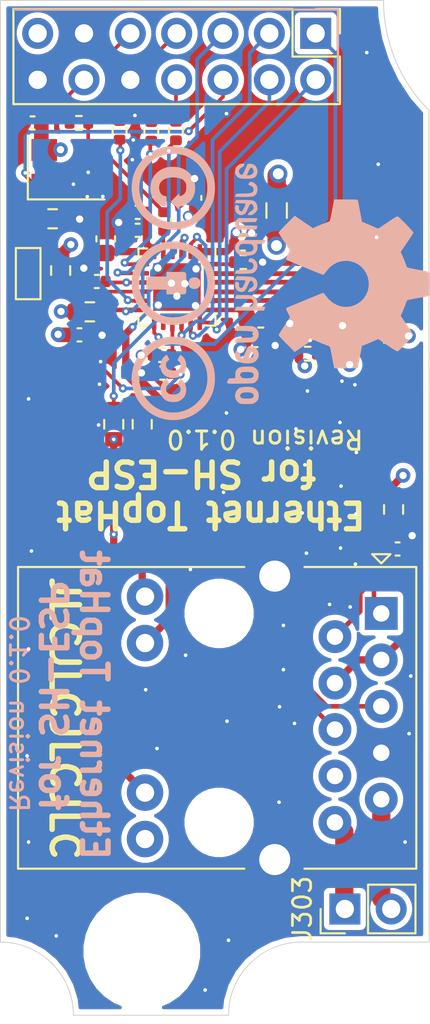
<source format=kicad_pcb>
(kicad_pcb (version 20171130) (host pcbnew "(5.1.8-0-10_14)")
  (title_block (title "Sailor Hat for ESP32") (rev 0.1.0) (company "Hat Laboratories") (comment 1 https://creativecommons.org/licenses/by-sa/4.0) (comment 2 "To view a copy of this license, visit ") (comment 3 "Sailor Hat for ESP32 is licensed under CC BY-SA 4.0."))
  (layers (0 F.Cu signal) (1 In1.Cu power) (2 In2.Cu power) (31 B.Cu signal) (34 B.Paste user hide) (35 F.Paste user hide) (36 B.SilkS user hide) (37 F.SilkS user hide) (38 B.Mask user hide) (39 F.Mask user hide) (44 Edge.Cuts user))
  (net 0 "")
  (net 1 GND)
  (net 2 +3V3)
  (net 3 /IOHeader/PHY_CLK)
  (net 4 /IOHeader/RMI_CRS_DV)
  (net 5 /IOHeader/RMII_RXD0)
  (net 6 /IOHeader/RMII_RXD1)
  (net 7 /IOHeader/PHY_RESET_N)
  (net 8 /IOHeader/PHY_MDIO)
  (net 9 /IOHeader/RMII_TXD0)
  (net 10 /IOHeader/RMII_EN)
  (net 11 /IOHeader/RMII_TXD1)
  (net 12 /IOHeader/PHY_MDC)
  (net 13 /IOHeader/TX-)
  (net 14 /IOHeader/TX+)
  (net 15 /IOHeader/RX-)
  (net 16 /IOHeader/RX+)
  (net 17 /IOHeader/VDDCR)
  (net 18 VDDA)
  (net 19 /IOHeader/nRST)
  (net 20 "Net-(C308-Pad2)")
  (net 21 /IOHeader/LED_R_AN)
  (net 22 /IOHeader/LED_Y_CA)
  (net 23 "Net-(R302-Pad2)")
  (net 24 "Net-(R304-Pad1)")
  (net 25 "Net-(R305-Pad1)")
  (net 26 "Net-(R306-Pad1)")
  (net 27 "Net-(R307-Pad2)")
  (net 28 /IOHeader/CLKIN)
  (net 29 "Net-(R313-Pad1)")
  (net 30 /IOHeader/nINTSEL-LED2)
  (net 31 /IOHeader/LED_Y_AN)
  (net 32 "Net-(J301-Pad10)")
  (net 33 "Net-(J301-Pad9)")
  (module SH-ESP32-Ethernet:RJ45_HANRUN-HY931147C-Horizontal (layer F.Cu) (at 169.375 90.525 270)
    (fp_text reference J301 hide)
    (fp_text value RJ45__HY931147C_MAG_LED_POE hide)
    (pad 8 thru_hole circle (at 8.89 2.54 270) (size 1.8 1.8) (drill 0.9) (layers *.Cu *.Mask))
    (pad 15 thru_hole circle (at 13.46 5.84 270) (size 3 3) (drill 1.7) (layers *.Cu *.Mask) (net 1 GND))
    (pad 15 thru_hole circle (at -2.04 5.84 270) (size 3 3) (drill 1.7) (layers *.Cu *.Mask) (net 1 GND))
    (pad "" np_thru_hole circle (at 11.43 8.89 270) (size 3.2 3.2) (drill 3.2) (layers *.Cu *.Mask))
    (pad "" np_thru_hole circle (at 0 8.89 270) (size 3.2 3.2) (drill 3.2) (layers *.Cu *.Mask))
    (pad 14 thru_hole circle (at 12.34 12.95 270) (size 2 2) (drill 1) (layers *.Cu *.Mask) (net 18 VDDA))
    (pad 13 thru_hole circle (at 9.8 12.95 270) (size 2 2) (drill 1) (layers *.Cu *.Mask) (net 21 /IOHeader/LED_R_AN))
    (pad 12 thru_hole circle (at 1.62 12.95 270) (size 2 2) (drill 1) (layers *.Cu *.Mask) (net 22 /IOHeader/LED_Y_CA))
    (pad 10 thru_hole circle (at 11.43 2.54 270) (size 1.8 1.8) (drill 0.9) (layers *.Cu *.Mask) (net 32 "Net-(J301-Pad10)"))
    (pad 9 thru_hole circle (at 10.16 0 270) (size 1.8 1.8) (drill 0.9) (layers *.Cu *.Mask) (net 33 "Net-(J301-Pad9)"))
    (pad 7 thru_hole circle (at 7.62 0 270) (size 1.8 1.8) (drill 0.9) (layers *.Cu *.Mask) (net 1 GND))
    (pad 6 thru_hole circle (at 6.35 2.54 270) (size 1.8 1.8) (drill 0.9) (layers *.Cu *.Mask) (net 13 /IOHeader/TX-))
    (pad 5 thru_hole circle (at 5.08 0 270) (size 1.8 1.8) (drill 0.9) (layers *.Cu *.Mask) (net 14 /IOHeader/TX+))
    (pad 4 thru_hole circle (at 3.81 2.54 270) (size 1.8 1.8) (drill 0.9) (layers *.Cu *.Mask) (net 20 "Net-(C308-Pad2)"))
    (pad 3 thru_hole circle (at 2.54 0 270) (size 1.8 1.8) (drill 0.9) (layers *.Cu *.Mask) (net 20 "Net-(C308-Pad2)"))
    (pad 2 thru_hole circle (at 1.27 2.54 270) (size 1.8 1.8) (drill 0.9) (layers *.Cu *.Mask) (net 15 /IOHeader/RX-))
    (pad 11 thru_hole circle (at -0.92 12.95 270) (size 2 2) (drill 1) (layers *.Cu *.Mask) (net 31 /IOHeader/LED_Y_AN))
    (pad 1 thru_hole rect (at 0 0 270) (size 1.8 1.8) (drill 0.9) (layers *.Cu *.Mask) (net 16 /IOHeader/RX+))
  )
  (module Connector_PinHeader_2.54mm:PinHeader_1x02_P2.54mm_Vertical (layer F.Cu) (at 167.38 106.69 90)
    (fp_text reference J303 (at 0 -2.33 90) (layer F.SilkS))
    (fp_text value Conn_01x03)
    (pad 2 thru_hole oval (at 0 2.54 90) (size 1.7 1.7) (drill 1) (layers *.Cu *.Mask) (net 33 "Net-(J301-Pad9)"))
    (pad 1 thru_hole rect (at 0 0 90) (size 1.7 1.7) (drill 1) (layers *.Cu *.Mask) (net 32 "Net-(J301-Pad10)"))
  )
  (module Capacitor_SMD:C_0402_1005Metric (layer F.Cu) (at 161.79 70.32 180)
    (fp_text reference C305 hide)
    (fp_text value 100nF)
    (pad 2 smd roundrect (at 0.48 0 180) (size 0.56 0.62) (layers F.Cu F.Paste F.Mask) (net 18 VDDA))
    (pad 1 smd roundrect (at -0.48 0 180) (size 0.56 0.62) (layers F.Cu F.Paste F.Mask) (net 1 GND))
  )
  (module Oscillator:Oscillator_SMD_SeikoEpson_SG8002CE-4Pin_3.2x2.5mm (layer F.Cu) (at 152.1 66.13)
    (fp_text reference X301 hide)
    (fp_text value 50Mhz hide)
    (pad 4 smd rect (at -1.2 -0.95) (size 1.4 1.2) (layers F.Cu F.Paste F.Mask) (net 2 +3V3))
    (pad 3 smd rect (at 1.2 -0.95) (size 1.4 1.2) (layers F.Cu F.Paste F.Mask) (net 27 "Net-(R307-Pad2)"))
    (pad 2 smd rect (at 1.2 0.95) (size 1.4 1.2) (layers F.Cu F.Paste F.Mask) (net 1 GND))
    (pad 1 smd rect (at -1.2 0.95) (size 1.4 1.2) (layers F.Cu F.Paste F.Mask) (net 7 /IOHeader/PHY_RESET_N))
  )
  (module Resistor_SMD:R_0402_1005Metric (layer F.Cu) (at 155.03 64.1 90)
    (fp_text reference R306 hide)
    (fp_text value 33R)
    (pad 2 smd roundrect (at 0.51 0 90) (size 0.54 0.64) (layers F.Cu F.Paste F.Mask) (net 4 /IOHeader/RMI_CRS_DV))
    (pad 1 smd roundrect (at -0.51 0 90) (size 0.54 0.64) (layers F.Cu F.Paste F.Mask) (net 26 "Net-(R306-Pad1)"))
  )
  (module Resistor_SMD:R_0402_1005Metric (layer F.Cu) (at 152.8 63.7)
    (fp_text reference R308 hide)
    (fp_text value 33R)
    (pad 2 smd roundrect (at 0.51 0) (size 0.54 0.64) (layers F.Cu F.Paste F.Mask) (net 27 "Net-(R307-Pad2)"))
    (pad 1 smd roundrect (at -0.51 0) (size 0.54 0.64) (layers F.Cu F.Paste F.Mask) (net 3 /IOHeader/PHY_CLK))
  )
  (module Resistor_SMD:R_0402_1005Metric (layer F.Cu) (at 157.47 69.09 90)
    (fp_text reference R307 hide)
    (fp_text value 33R)
    (pad 2 smd roundrect (at 0.51 0 90) (size 0.54 0.64) (layers F.Cu F.Paste F.Mask) (net 27 "Net-(R307-Pad2)"))
    (pad 1 smd roundrect (at -0.51 0 90) (size 0.54 0.64) (layers F.Cu F.Paste F.Mask) (net 28 /IOHeader/CLKIN))
  )
  (module Resistor_SMD:R_0402_1005Metric (layer F.Cu) (at 156.77 64.16 90)
    (fp_text reference R305 hide)
    (fp_text value 33R)
    (pad 2 smd roundrect (at 0.51 0 90) (size 0.54 0.64) (layers F.Cu F.Paste F.Mask) (net 6 /IOHeader/RMII_RXD1))
    (pad 1 smd roundrect (at -0.51 0 90) (size 0.54 0.64) (layers F.Cu F.Paste F.Mask) (net 25 "Net-(R305-Pad1)"))
  )
  (module Resistor_SMD:R_0402_1005Metric (layer F.Cu) (at 158.12 64.14 90)
    (fp_text reference R304 hide)
    (fp_text value 33R)
    (pad 2 smd roundrect (at 0.51 0 90) (size 0.54 0.64) (layers F.Cu F.Paste F.Mask) (net 5 /IOHeader/RMII_RXD0))
    (pad 1 smd roundrect (at -0.51 0 90) (size 0.54 0.64) (layers F.Cu F.Paste F.Mask) (net 24 "Net-(R304-Pad1)"))
  )
  (module Capacitor_SMD:C_0402_1005Metric (layer F.Cu) (at 162.48 75.6 180)
    (fp_text reference C307 hide)
    (fp_text value 100nF)
    (pad 2 smd roundrect (at 0.48 0 180) (size 0.56 0.62) (layers F.Cu F.Paste F.Mask) (net 18 VDDA))
    (pad 1 smd roundrect (at -0.48 0 180) (size 0.56 0.62) (layers F.Cu F.Paste F.Mask) (net 1 GND))
  )
  (module SH-ESP32:SolderJumper-2_P1.3mm_Open_TrianglePad_Narrow (layer F.Cu) (at 150.02 71.94 270)
    (fp_text reference JP301 hide)
    (fp_text value SolderJumper_2_Open)
    (pad 2 smd custom (at 0.7 0 270) (size 0.3 0.3) (layers F.Cu F.Mask) (net 19 /IOHeader/nRST) (options (clearance outline) (anchor rect)) (primitives (gr_poly (pts (xy -0.65 -0.5) (xy 0.5 -0.5) (xy 0.5 0.5) (xy -0.65 0.5) (xy -0.15 0)) (width 0))))
    (pad 1 smd custom (at -0.725 0 270) (size 0.3 0.3) (layers F.Cu F.Mask) (net 7 /IOHeader/PHY_RESET_N) (options (clearance outline) (anchor rect)) (primitives (gr_poly (pts (xy -0.5 -0.5) (xy 0.5 -0.5) (xy 1 0) (xy 0.5 0.5) (xy -0.5 0.5)) (width 0))))
  )
  (module Resistor_SMD:R_0603_1608Metric (layer F.Cu) (at 154.71 80.18 90)
    (fp_text reference R317 hide)
    (fp_text value 270)
    (pad 2 smd roundrect (at 0.825 0 90) (size 0.8 0.95) (layers F.Cu F.Paste F.Mask) (net 30 /IOHeader/nINTSEL-LED2))
    (pad 1 smd roundrect (at -0.825 0 90) (size 0.8 0.95) (layers F.Cu F.Paste F.Mask) (net 21 /IOHeader/LED_R_AN))
  )
  (module Resistor_SMD:R_0603_1608Metric (layer F.Cu) (at 156.27 80.18 90)
    (fp_text reference R316 hide)
    (fp_text value 270)
    (pad 2 smd roundrect (at 0.825 0 90) (size 0.8 0.95) (layers F.Cu F.Paste F.Mask) (net 1 GND))
    (pad 1 smd roundrect (at -0.825 0 90) (size 0.8 0.95) (layers F.Cu F.Paste F.Mask) (net 31 /IOHeader/LED_Y_AN))
  )
  (module Resistor_SMD:R_0603_1608Metric (layer F.Cu) (at 170.05 84.84 90)
    (fp_text reference R315 hide)
    (fp_text value 0R)
    (pad 2 smd roundrect (at 0.825 0 90) (size 0.8 0.95) (layers F.Cu F.Paste F.Mask) (net 18 VDDA))
    (pad 1 smd roundrect (at -0.825 0 90) (size 0.8 0.95) (layers F.Cu F.Paste F.Mask) (net 20 "Net-(C308-Pad2)"))
  )
  (module Resistor_SMD:R_0402_1005Metric (layer F.Cu) (at 167.76 75.34)
    (fp_text reference R314 hide)
    (fp_text value 49.9)
    (pad 2 smd roundrect (at 0.51 0) (size 0.54 0.64) (layers F.Cu F.Paste F.Mask) (net 15 /IOHeader/RX-))
    (pad 1 smd roundrect (at -0.51 0) (size 0.54 0.64) (layers F.Cu F.Paste F.Mask) (net 18 VDDA))
  )
  (module Resistor_SMD:R_0402_1005Metric (layer F.Cu) (at 161.81 71.31)
    (fp_text reference R313 hide)
    (fp_text value 12.1k)
    (pad 2 smd roundrect (at 0.51 0) (size 0.54 0.64) (layers F.Cu F.Paste F.Mask) (net 1 GND))
    (pad 1 smd roundrect (at -0.51 0) (size 0.54 0.64) (layers F.Cu F.Paste F.Mask) (net 29 "Net-(R313-Pad1)"))
  )
  (module Resistor_SMD:R_0402_1005Metric (layer F.Cu) (at 169.68 75.34 180)
    (fp_text reference R312 hide)
    (fp_text value 49.9)
    (pad 2 smd roundrect (at 0.51 0 180) (size 0.54 0.64) (layers F.Cu F.Paste F.Mask) (net 16 /IOHeader/RX+))
    (pad 1 smd roundrect (at -0.51 0 180) (size 0.54 0.64) (layers F.Cu F.Paste F.Mask) (net 18 VDDA))
  )
  (module Resistor_SMD:R_0402_1005Metric (layer F.Cu) (at 165.34 76.32)
    (fp_text reference R311 hide)
    (fp_text value 49.9)
    (pad 2 smd roundrect (at 0.51 0) (size 0.54 0.64) (layers F.Cu F.Paste F.Mask) (net 13 /IOHeader/TX-))
    (pad 1 smd roundrect (at -0.51 0) (size 0.54 0.64) (layers F.Cu F.Paste F.Mask) (net 18 VDDA))
  )
  (module Resistor_SMD:R_0402_1005Metric (layer F.Cu) (at 167.3 76.33 180)
    (fp_text reference R310 hide)
    (fp_text value 49.9)
    (pad 2 smd roundrect (at 0.51 0 180) (size 0.54 0.64) (layers F.Cu F.Paste F.Mask) (net 14 /IOHeader/TX+))
    (pad 1 smd roundrect (at -0.51 0 180) (size 0.54 0.64) (layers F.Cu F.Paste F.Mask) (net 18 VDDA))
  )
  (module Resistor_SMD:R_0402_1005Metric (layer F.Cu) (at 157.35 76.39 180)
    (fp_text reference R309 hide)
    (fp_text value 270)
    (pad 2 smd roundrect (at 0.51 0 180) (size 0.54 0.64) (layers F.Cu F.Paste F.Mask) (net 2 +3V3))
    (pad 1 smd roundrect (at -0.51 0 180) (size 0.54 0.64) (layers F.Cu F.Paste F.Mask) (net 19 /IOHeader/nRST))
  )
  (module Resistor_SMD:R_0603_1608Metric (layer F.Cu) (at 151.36 68.94)
    (fp_text reference R303 hide)
    (fp_text value 1.5k)
    (pad 2 smd roundrect (at 0.825 0) (size 0.8 0.95) (layers F.Cu F.Paste F.Mask) (net 1 GND))
    (pad 1 smd roundrect (at -0.825 0) (size 0.8 0.95) (layers F.Cu F.Paste F.Mask) (net 7 /IOHeader/PHY_RESET_N))
  )
  (module Resistor_SMD:R_0603_1608Metric (layer F.Cu) (at 151.8 71.77 270)
    (fp_text reference R302 hide)
    (fp_text value 1.5k)
    (pad 2 smd roundrect (at 0.825 0 270) (size 0.8 0.95) (layers F.Cu F.Paste F.Mask) (net 23 "Net-(R302-Pad2)"))
    (pad 1 smd roundrect (at -0.825 0 270) (size 0.8 0.95) (layers F.Cu F.Paste F.Mask) (net 2 +3V3))
  )
  (module Resistor_SMD:R_0603_1608Metric (layer F.Cu) (at 153.4 74.03)
    (fp_text reference R301 hide)
    (fp_text value 1.5k)
    (pad 2 smd roundrect (at 0.825 0) (size 0.8 0.95) (layers F.Cu F.Paste F.Mask) (net 8 /IOHeader/PHY_MDIO))
    (pad 1 smd roundrect (at -0.825 0) (size 0.8 0.95) (layers F.Cu F.Paste F.Mask) (net 2 +3V3))
  )
  (module Connector_PinHeader_2.54mm:PinHeader_2x07_P2.54mm_Vertical (layer F.Cu) (at 165.78 58.8 270)
    (fp_text reference J302 hide)
    (fp_text value GPIO)
    (pad 14 thru_hole oval (at 2.54 15.24 270) (size 1.7 1.7) (drill 1) (layers *.Cu *.Mask) (net 1 GND))
    (pad 13 thru_hole oval (at 0 15.24 270) (size 1.7 1.7) (drill 1) (layers *.Cu *.Mask) (net 2 +3V3))
    (pad 12 thru_hole oval (at 2.54 12.7 270) (size 1.7 1.7) (drill 1) (layers *.Cu *.Mask) (net 3 /IOHeader/PHY_CLK))
    (pad 11 thru_hole oval (at 0 12.7 270) (size 1.7 1.7) (drill 1) (layers *.Cu *.Mask) (net 1 GND))
    (pad 10 thru_hole oval (at 2.54 10.16 270) (size 1.7 1.7) (drill 1) (layers *.Cu *.Mask) (net 1 GND))
    (pad 9 thru_hole oval (at 0 10.16 270) (size 1.7 1.7) (drill 1) (layers *.Cu *.Mask) (net 4 /IOHeader/RMI_CRS_DV))
    (pad 8 thru_hole oval (at 2.54 7.62 270) (size 1.7 1.7) (drill 1) (layers *.Cu *.Mask) (net 5 /IOHeader/RMII_RXD0))
    (pad 7 thru_hole oval (at 0 7.62 270) (size 1.7 1.7) (drill 1) (layers *.Cu *.Mask) (net 6 /IOHeader/RMII_RXD1))
    (pad 6 thru_hole oval (at 2.54 5.08 270) (size 1.7 1.7) (drill 1) (layers *.Cu *.Mask) (net 7 /IOHeader/PHY_RESET_N))
    (pad 5 thru_hole oval (at 0 5.08 270) (size 1.7 1.7) (drill 1) (layers *.Cu *.Mask) (net 8 /IOHeader/PHY_MDIO))
    (pad 4 thru_hole oval (at 2.54 2.54 270) (size 1.7 1.7) (drill 1) (layers *.Cu *.Mask) (net 9 /IOHeader/RMII_TXD0))
    (pad 3 thru_hole oval (at 0 2.54 270) (size 1.7 1.7) (drill 1) (layers *.Cu *.Mask) (net 10 /IOHeader/RMII_EN))
    (pad 2 thru_hole oval (at 2.54 0 270) (size 1.7 1.7) (drill 1) (layers *.Cu *.Mask) (net 11 /IOHeader/RMII_TXD1))
    (pad 1 thru_hole rect (at 0 0 270) (size 1.7 1.7) (drill 1) (layers *.Cu *.Mask) (net 12 /IOHeader/PHY_MDC))
  )
  (module Inductor_SMD:L_0805_2012Metric (layer F.Cu) (at 163.64 68.49 90)
    (fp_text reference FB301 hide)
    (fp_text value GZ2012D601TF)
    (pad 2 smd roundrect (at 1.0625 0 90) (size 0.875 1.2) (layers F.Cu F.Paste F.Mask) (net 2 +3V3))
    (pad 1 smd roundrect (at -1.0625 0 90) (size 0.875 1.2) (layers F.Cu F.Paste F.Mask) (net 18 VDDA))
  )
  (module Capacitor_SMD:C_0402_1005Metric (layer F.Cu) (at 170.27 87 180)
    (fp_text reference C308 hide)
    (fp_text value 22nF)
    (pad 2 smd roundrect (at 0.48 0 180) (size 0.56 0.62) (layers F.Cu F.Paste F.Mask) (net 20 "Net-(C308-Pad2)"))
    (pad 1 smd roundrect (at -0.48 0 180) (size 0.56 0.62) (layers F.Cu F.Paste F.Mask) (net 1 GND))
  )
  (module Capacitor_SMD:C_0402_1005Metric (layer F.Cu) (at 157.37 77.38 180)
    (fp_text reference C306 hide)
    (fp_text value 1uf)
    (pad 2 smd roundrect (at 0.48 0 180) (size 0.56 0.62) (layers F.Cu F.Paste F.Mask) (net 1 GND))
    (pad 1 smd roundrect (at -0.48 0 180) (size 0.56 0.62) (layers F.Cu F.Paste F.Mask) (net 19 /IOHeader/nRST))
  )
  (module Capacitor_SMD:C_0603_1608Metric (layer F.Cu) (at 162.77 74.38 180)
    (fp_text reference C304 hide)
    (fp_text value 4.7uF)
    (pad 2 smd roundrect (at 0.775 0 180) (size 0.9 0.95) (layers F.Cu F.Paste F.Mask) (net 18 VDDA))
    (pad 1 smd roundrect (at -0.775 0 180) (size 0.9 0.95) (layers F.Cu F.Paste F.Mask) (net 1 GND))
  )
  (module Capacitor_SMD:C_0603_1608Metric (layer F.Cu) (at 154.27 70.04 270)
    (fp_text reference C303 hide)
    (fp_text value 4.7uF)
    (pad 2 smd roundrect (at 0.775 0 270) (size 0.9 0.95) (layers F.Cu F.Paste F.Mask) (net 17 /IOHeader/VDDCR))
    (pad 1 smd roundrect (at -0.775 0 270) (size 0.9 0.95) (layers F.Cu F.Paste F.Mask) (net 1 GND))
  )
  (module Capacitor_SMD:C_0402_1005Metric (layer F.Cu) (at 156.02 69.57 180)
    (fp_text reference C302 hide)
    (fp_text value 1uf)
    (pad 2 smd roundrect (at 0.48 0 180) (size 0.56 0.62) (layers F.Cu F.Paste F.Mask) (net 1 GND))
    (pad 1 smd roundrect (at -0.48 0 180) (size 0.56 0.62) (layers F.Cu F.Paste F.Mask) (net 17 /IOHeader/VDDCR))
  )
  (module Capacitor_SMD:C_0402_1005Metric (layer F.Cu) (at 156.02 68.59 180)
    (fp_text reference C301 hide)
    (fp_text value 470pf)
    (pad 2 smd roundrect (at 0.48 0 180) (size 0.56 0.62) (layers F.Cu F.Paste F.Mask) (net 1 GND))
    (pad 1 smd roundrect (at -0.48 0 180) (size 0.56 0.62) (layers F.Cu F.Paste F.Mask) (net 17 /IOHeader/VDDCR))
  )
  (module Package_DFN_QFN:QFN-24-1EP_4x4mm_P0.5mm_EP2.6x2.6mm (layer F.Cu) (at 158.175 72.675 270)
    (fp_text reference U301 hide)
    (fp_text value LAN8720A hide)
    (pad 25 smd rect (at 0 0 270) (size 2.6 2.6) (layers F.Cu F.Mask) (net 1 GND))
    (pad 24 smd roundrect (at -1.25 -1.9375 270) (size 0.25 0.825) (layers F.Cu F.Paste F.Mask) (net 29 "Net-(R313-Pad1)"))
    (pad 23 smd roundrect (at -0.75 -1.9375 270) (size 0.25 0.825) (layers F.Cu F.Paste F.Mask) (net 16 /IOHeader/RX+))
    (pad 22 smd roundrect (at -0.25 -1.9375 270) (size 0.25 0.825) (layers F.Cu F.Paste F.Mask) (net 15 /IOHeader/RX-))
    (pad 21 smd roundrect (at 0.25 -1.9375 270) (size 0.25 0.825) (layers F.Cu F.Paste F.Mask) (net 14 /IOHeader/TX+))
    (pad 20 smd roundrect (at 0.75 -1.9375 270) (size 0.25 0.825) (layers F.Cu F.Paste F.Mask) (net 13 /IOHeader/TX-))
    (pad 19 smd roundrect (at 1.25 -1.9375 270) (size 0.25 0.825) (layers F.Cu F.Paste F.Mask) (net 18 VDDA))
    (pad 18 smd roundrect (at 1.9375 -1.25 270) (size 0.825 0.25) (layers F.Cu F.Paste F.Mask) (net 11 /IOHeader/RMII_TXD1))
    (pad 17 smd roundrect (at 1.9375 -0.75 270) (size 0.825 0.25) (layers F.Cu F.Paste F.Mask) (net 9 /IOHeader/RMII_TXD0))
    (pad 16 smd roundrect (at 1.9375 -0.25 270) (size 0.825 0.25) (layers F.Cu F.Paste F.Mask) (net 10 /IOHeader/RMII_EN))
    (pad 15 smd roundrect (at 1.9375 0.25 270) (size 0.825 0.25) (layers F.Cu F.Paste F.Mask) (net 19 /IOHeader/nRST))
    (pad 14 smd roundrect (at 1.9375 0.75 270) (size 0.825 0.25) (layers F.Cu F.Paste F.Mask))
    (pad 13 smd roundrect (at 1.9375 1.25 270) (size 0.825 0.25) (layers F.Cu F.Paste F.Mask) (net 12 /IOHeader/PHY_MDC))
    (pad 12 smd roundrect (at 1.25 1.9375 270) (size 0.25 0.825) (layers F.Cu F.Paste F.Mask) (net 8 /IOHeader/PHY_MDIO))
    (pad 11 smd roundrect (at 0.75 1.9375 270) (size 0.25 0.825) (layers F.Cu F.Paste F.Mask) (net 26 "Net-(R306-Pad1)"))
    (pad 10 smd roundrect (at 0.25 1.9375 270) (size 0.25 0.825) (layers F.Cu F.Paste F.Mask) (net 23 "Net-(R302-Pad2)"))
    (pad 9 smd roundrect (at -0.25 1.9375 270) (size 0.25 0.825) (layers F.Cu F.Paste F.Mask) (net 2 +3V3))
    (pad 8 smd roundrect (at -0.75 1.9375 270) (size 0.25 0.825) (layers F.Cu F.Paste F.Mask) (net 24 "Net-(R304-Pad1)"))
    (pad 7 smd roundrect (at -1.25 1.9375 270) (size 0.25 0.825) (layers F.Cu F.Paste F.Mask) (net 25 "Net-(R305-Pad1)"))
    (pad 6 smd roundrect (at -1.9375 1.25 270) (size 0.825 0.25) (layers F.Cu F.Paste F.Mask) (net 17 /IOHeader/VDDCR))
    (pad 5 smd roundrect (at -1.9375 0.75 270) (size 0.825 0.25) (layers F.Cu F.Paste F.Mask) (net 28 /IOHeader/CLKIN))
    (pad 4 smd roundrect (at -1.9375 0.25 270) (size 0.825 0.25) (layers F.Cu F.Paste F.Mask))
    (pad 3 smd roundrect (at -1.9375 -0.25 270) (size 0.825 0.25) (layers F.Cu F.Paste F.Mask) (net 22 /IOHeader/LED_Y_CA))
    (pad 2 smd roundrect (at -1.9375 -0.75 270) (size 0.825 0.25) (layers F.Cu F.Paste F.Mask) (net 30 /IOHeader/nINTSEL-LED2))
    (pad 1 smd roundrect (at -1.9375 -1.25 270) (size 0.825 0.25) (layers F.Cu F.Paste F.Mask) (net 18 VDDA))
  )
  (module Capacitor_SMD:C_0402_1005Metric (layer F.Cu) (at 150.26 63.7)
    (fp_text reference C1004 hide)
    (fp_text value 100nF)
    (pad 2 smd roundrect (at 0.48 0) (size 0.56 0.62) (layers F.Cu F.Paste F.Mask) (net 2 +3V3))
    (pad 1 smd roundrect (at -0.48 0) (size 0.56 0.62) (layers F.Cu F.Paste F.Mask) (net 1 GND))
  )
  (module Capacitor_SMD:C_0402_1005Metric (layer F.Cu) (at 152.83 75.29 180)
    (fp_text reference C1003 hide)
    (fp_text value 100nF)
    (pad 2 smd roundrect (at 0.48 0 180) (size 0.56 0.62) (layers F.Cu F.Paste F.Mask) (net 2 +3V3))
    (pad 1 smd roundrect (at -0.48 0 180) (size 0.56 0.62) (layers F.Cu F.Paste F.Mask) (net 1 GND))
  )
  (module Capacitor_SMD:C_0402_1005Metric (layer F.Cu) (at 159.15 67.8 270)
    (fp_text reference C1002 hide)
    (fp_text value 100nF)
    (pad 2 smd roundrect (at 0.48 0 270) (size 0.56 0.62) (layers F.Cu F.Paste F.Mask) (net 2 +3V3))
    (pad 1 smd roundrect (at -0.48 0 270) (size 0.56 0.62) (layers F.Cu F.Paste F.Mask) (net 1 GND))
  )
  (module Capacitor_SMD:C_0402_1005Metric (layer F.Cu) (at 153.78 72.37)
    (fp_text reference C1001 hide)
    (fp_text value 100nF)
    (pad 2 smd roundrect (at 0.48 0) (size 0.56 0.62) (layers F.Cu F.Paste F.Mask) (net 2 +3V3))
    (pad 1 smd roundrect (at -0.48 0) (size 0.56 0.62) (layers F.Cu F.Paste F.Mask) (net 1 GND))
  )
  (module SH-ESP32:MountingHole_3.2mm_M3_Unplated (layer F.Cu) (at 156.25 109)
    (fp_text reference H1002 hide)
    (fp_text value MountingHole hide)
    (pad "" np_thru_hole circle (at 0 0) (size 3.2 3.2) (drill 3.2) (layers *.Cu *.Mask) (clearance 1.6))
  )
  (module SH-ESP32:cc-by-sa_silkscreen (layer B.Cu) (at 158 72.5 90)
    (fp_text reference LOGO_CC hide)
    (fp_text value LOGO hide)
  )
  (module Symbol:OSHW-Logo2_14.6x12mm_SilkScreen (layer B.Cu) (at 166.5 72.5 90)
    (fp_text reference OSHW hide)
    (fp_text value OSHW-Logo2_14.6x12mm_SilkScreen hide)
  )
  (gr_text "Revision 0.1.0" (at 163 81 180) (layer F.SilkS) (effects (font (size 1 1) (thickness 0.16))))
  (gr_text "Ethernet TopHat \nfor SH-ESP" (at 159.5 84 180) (layer F.SilkS) (effects (font (size 1.4 1.4) (thickness 0.3))))
  (gr_line (start 165 108.5) (end 172 108.5) (layer Edge.Cuts) (width 0.05))
  (gr_arc (start 165 112.5) (end 165 108.5) (angle -90) (layer Edge.Cuts) (width 0.05))
  (gr_arc (start 148.5 112.5) (end 152.5 112.5) (angle -90) (layer Edge.Cuts) (width 0.05))
  (gr_line (start 169.5 57) (end 148.5 57) (layer Edge.Cuts) (width 0.05))
  (gr_line (start 152.5 112.5) (end 161 112.499765) (layer Edge.Cuts) (width 0.05))
  (gr_line (start 148.5 57) (end 148.5 108.5) (layer Edge.Cuts) (width 0.05))
  (gr_line (start 171.989592 63.010408) (end 172 108.5) (layer Edge.Cuts) (width 0.05))
  (gr_line (start 153 112.5) (end 153 112.5) (layer Edge.Cuts) (width 0.05))
  (gr_arc (start 178 57) (end 169.5 57) (angle -45) (layer Edge.Cuts) (width 0.05))
  (gr_line (start 167 57.5) (end 167 62.5) (layer B.SilkS) (width 0.12))
  (gr_line (start 149.25 57.5) (end 167 57.5) (layer B.SilkS) (width 0.12))
  (gr_text "Ethernet TopHat \nfor SH-ESP" (at 152.5 95 270) (layer B.SilkS) (effects (font (size 1.4 1.4) (thickness 0.3)) (justify mirror)))
  (gr_text "Revision 0.1.0" (at 149.5 96 270) (layer B.SilkS) (effects (font (size 1 1) (thickness 0.16)) (justify mirror)))
  (gr_text JLCJLCJLCJLC (at 152.01 96.26 270) (layer F.SilkS) (effects (font (size 1.5 1.5) (thickness 0.3))))
  (via (at 158.61 72.49) (size 0.6) (drill 0.4) (layers F.Cu B.Cu) (net 1))
  (via (at 159.19 73.69) (size 0.6) (drill 0.4) (layers F.Cu B.Cu) (net 1))
  (via (at 159.22 71.68) (size 0.6) (drill 0.4) (layers F.Cu B.Cu) (net 1))
  (via (at 157.15 73.66) (size 0.6) (drill 0.4) (layers F.Cu B.Cu) (net 1))
  (via (at 157.13 71.63) (size 0.6) (drill 0.4) (layers F.Cu B.Cu) (net 1))
  (via (at 154.98 69.14) (size 0.8) (drill 0.4) (layers F.Cu B.Cu) (net 1))
  (segment (start 155.41 69.57) (end 154.98 69.14) (width 0.4) (layer F.Cu) (net 1))
  (segment (start 155.54 69.57) (end 155.41 69.57) (width 0.4) (layer F.Cu) (net 1))
  (segment (start 155.53 68.59) (end 154.98 69.14) (width 0.4) (layer F.Cu) (net 1))
  (segment (start 155.54 68.59) (end 155.53 68.59) (width 0.4) (layer F.Cu) (net 1))
  (segment (start 154.855 69.265) (end 154.98 69.14) (width 0.4) (layer F.Cu) (net 1))
  (segment (start 154.27 69.265) (end 154.855 69.265) (width 0.4) (layer F.Cu) (net 1))
  (segment (start 163.545 74.38) (end 164 74.38) (width 0.4) (layer F.Cu) (net 1))
  (via (at 164.36 74.67) (size 0.8) (drill 0.4) (layers F.Cu B.Cu) (net 1))
  (segment (start 164.29 74.67) (end 164.36 74.67) (width 0.4) (layer F.Cu) (net 1))
  (segment (start 164 74.38) (end 164.29 74.67) (width 0.4) (layer F.Cu) (net 1))
  (via (at 163.56 75.87) (size 0.8) (drill 0.4) (layers F.Cu B.Cu) (net 1))
  (segment (start 163.29 75.6) (end 163.56 75.87) (width 0.4) (layer F.Cu) (net 1))
  (segment (start 162.96 75.6) (end 163.29 75.6) (width 0.4) (layer F.Cu) (net 1))
  (via (at 171.07 86.27) (size 0.8) (drill 0.4) (layers F.Cu B.Cu) (net 1))
  (segment (start 170.75 86.59) (end 171.07 86.27) (width 0.4) (layer F.Cu) (net 1))
  (segment (start 170.75 87) (end 170.75 86.59) (width 0.4) (layer F.Cu) (net 1))
  (via (at 158.17 73.17) (size 0.6) (drill 0.4) (layers F.Cu B.Cu) (net 1))
  (via (at 156.23 77.37) (size 0.6) (drill 0.4) (layers F.Cu B.Cu) (net 1))
  (segment (start 156.24 77.38) (end 156.23 77.37) (width 0.2) (layer F.Cu) (net 1))
  (segment (start 156.89 77.38) (end 156.24 77.38) (width 0.2) (layer F.Cu) (net 1))
  (via (at 154.11 67.72) (size 0.45) (drill 0.2) (layers F.Cu B.Cu) (net 1))
  (segment (start 153.47 67.08) (end 154.11 67.72) (width 0.25) (layer F.Cu) (net 1))
  (segment (start 153.3 67.08) (end 153.47 67.08) (width 0.25) (layer F.Cu) (net 1))
  (via (at 152.5 67.05) (size 0.45) (drill 0.2) (layers F.Cu B.Cu) (net 1))
  (segment (start 152.53 67.08) (end 152.5 67.05) (width 0.25) (layer F.Cu) (net 1))
  (segment (start 153.3 67.08) (end 152.53 67.08) (width 0.25) (layer F.Cu) (net 1))
  (via (at 153.26 67.73) (size 0.45) (drill 0.2) (layers F.Cu B.Cu) (net 1))
  (segment (start 153.3 67.69) (end 153.26 67.73) (width 0.25) (layer F.Cu) (net 1))
  (segment (start 153.3 67.08) (end 153.3 67.69) (width 0.25) (layer F.Cu) (net 1))
  (via (at 153.31 66.4) (size 0.45) (drill 0.2) (layers F.Cu B.Cu) (net 1))
  (segment (start 153.3 66.41) (end 153.31 66.4) (width 0.25) (layer F.Cu) (net 1))
  (segment (start 153.3 67.08) (end 153.3 66.41) (width 0.25) (layer F.Cu) (net 1))
  (via (at 157.87 72.46) (size 0.6) (drill 0.4) (layers F.Cu B.Cu) (net 1))
  (segment (start 149.78 62.1) (end 149.78 63.7) (width 0.8) (layer F.Cu) (net 1))
  (segment (start 150.54 61.34) (end 149.78 62.1) (width 0.8) (layer F.Cu) (net 1))
  (via (at 154.07 75.31) (size 0.8) (drill 0.4) (layers F.Cu B.Cu) (net 1))
  (segment (start 154.05 75.29) (end 154.07 75.31) (width 0.8) (layer F.Cu) (net 1))
  (segment (start 153.31 75.29) (end 154.05 75.29) (width 0.8) (layer F.Cu) (net 1))
  (via (at 152.84 68.96) (size 0.8) (drill 0.4) (layers F.Cu B.Cu) (net 1))
  (segment (start 152.82 68.94) (end 152.84 68.96) (width 0.6) (layer F.Cu) (net 1))
  (segment (start 152.185 68.94) (end 152.82 68.94) (width 0.6) (layer F.Cu) (net 1))
  (via (at 153.07 71.64) (size 0.8) (drill 0.4) (layers F.Cu B.Cu) (net 1))
  (segment (start 153.3 71.87) (end 153.07 71.64) (width 0.6) (layer F.Cu) (net 1))
  (segment (start 153.3 72.37) (end 153.3 71.87) (width 0.6) (layer F.Cu) (net 1))
  (via (at 160.89 63.19) (size 0.45) (drill 0.2) (layers F.Cu B.Cu) (net 1))
  (via (at 150.04 78.79) (size 0.45) (drill 0.2) (layers F.Cu B.Cu) (net 1))
  (via (at 150.2 87.11) (size 0.45) (drill 0.2) (layers F.Cu B.Cu) (net 1))
  (via (at 150.04 92.47) (size 0.45) (drill 0.2) (layers F.Cu B.Cu) (net 1))
  (via (at 149.96 98.31) (size 0.45) (drill 0.2) (layers F.Cu B.Cu) (net 1))
  (via (at 150.04 103.03) (size 0.45) (drill 0.2) (layers F.Cu B.Cu) (net 1))
  (via (at 149.96 107.2) (size 0.45) (drill 0.2) (layers F.Cu B.Cu) (net 1))
  (via (at 151.56 108.16) (size 0.45) (drill 0.2) (layers F.Cu B.Cu) (net 1))
  (via (at 159.72 111.12) (size 0.45) (drill 0.2) (layers F.Cu B.Cu) (net 1))
  (via (at 161 108.4) (size 0.45) (drill 0.2) (layers F.Cu B.Cu) (net 1))
  (via (at 170.68 103.03) (size 0.45) (drill 0.2) (layers F.Cu B.Cu) (net 1))
  (via (at 170.9 97.1) (size 0.45) (drill 0.2) (layers F.Cu B.Cu) (net 1))
  (via (at 170.99 93.95) (size 0.45) (drill 0.2) (layers F.Cu B.Cu) (net 1))
  (via (at 160.89 79.56) (size 0.45) (drill 0.2) (layers F.Cu B.Cu) (net 1))
  (via (at 160.73 83.9) (size 0.45) (drill 0.2) (layers F.Cu B.Cu) (net 1))
  (via (at 164.7 80.43) (size 0.45) (drill 0.2) (layers F.Cu B.Cu) (net 1))
  (via (at 169.12 69.96) (size 0.45) (drill 0.2) (layers F.Cu B.Cu) (net 1))
  (via (at 169.21 65.96) (size 0.45) (drill 0.2) (layers F.Cu B.Cu) (net 1))
  (via (at 168.58 59.85) (size 0.45) (drill 0.2) (layers F.Cu B.Cu) (net 1))
  (via (at 155.87 63.29) (size 0.45) (drill 0.2) (layers F.Cu B.Cu) (net 1))
  (via (at 155.78 64.63) (size 0.45) (drill 0.2) (layers F.Cu B.Cu) (net 1))
  (via (at 155.73 65.71) (size 0.45) (drill 0.2) (layers F.Cu B.Cu) (net 1))
  (via (at 153.99 76.75) (size 0.45) (drill 0.2) (layers F.Cu B.Cu) (net 1))
  (via (at 153.93 77.99) (size 0.45) (drill 0.2) (layers F.Cu B.Cu) (net 1))
  (via (at 153.88 80.22) (size 0.45) (drill 0.2) (layers F.Cu B.Cu) (net 1))
  (via (at 165.33 78.36) (size 0.45) (drill 0.2) (layers F.Cu B.Cu) (net 1))
  (via (at 165.19 82.4) (size 0.45) (drill 0.2) (layers F.Cu B.Cu) (net 1))
  (via (at 165.04 85.03) (size 0.45) (drill 0.2) (layers F.Cu B.Cu) (net 1))
  (via (at 165.27 87.23) (size 0.45) (drill 0.2) (layers F.Cu B.Cu) (net 1))
  (via (at 166.54 90.03) (size 0.45) (drill 0.2) (layers F.Cu B.Cu) (net 1))
  (via (at 167.67 90.17) (size 0.45) (drill 0.2) (layers F.Cu B.Cu) (net 1))
  (via (at 167.22 77.82) (size 0.45) (drill 0.2) (layers F.Cu B.Cu) (net 1))
  (via (at 167.93 78.02) (size 0.45) (drill 0.2) (layers F.Cu B.Cu) (net 1))
  (via (at 168.01 81.72) (size 0.45) (drill 0.2) (layers F.Cu B.Cu) (net 1))
  (via (at 167.11 80.08) (size 0.45) (drill 0.2) (layers F.Cu B.Cu) (net 1))
  (via (at 167.17 83.56) (size 0.45) (drill 0.2) (layers F.Cu B.Cu) (net 1))
  (via (at 167.98 85.09) (size 0.45) (drill 0.2) (layers F.Cu B.Cu) (net 1))
  (via (at 167.14 86.95) (size 0.45) (drill 0.2) (layers F.Cu B.Cu) (net 1))
  (via (at 167.96 87.83) (size 0.45) (drill 0.2) (layers F.Cu B.Cu) (net 1))
  (via (at 164.01 91.18) (size 0.45) (drill 0.2) (layers F.Cu B.Cu) (net 1))
  (via (at 164.01 93.6) (size 0.45) (drill 0.2) (layers F.Cu B.Cu) (net 1))
  (via (at 163.8 95.63) (size 0.45) (drill 0.2) (layers F.Cu B.Cu) (net 1))
  (via (at 164.62 96.54) (size 0.45) (drill 0.2) (layers F.Cu B.Cu) (net 1))
  (via (at 163.77 100.85) (size 0.45) (drill 0.2) (layers F.Cu B.Cu) (net 1))
  (via (at 157.08 97.91) (size 0.45) (drill 0.2) (layers F.Cu B.Cu) (net 1))
  (via (at 156.46 94.7) (size 0.45) (drill 0.2) (layers F.Cu B.Cu) (net 1))
  (via (at 158.65 92.81) (size 0.45) (drill 0.2) (layers F.Cu B.Cu) (net 1))
  (via (at 160.92 96.42) (size 0.45) (drill 0.2) (layers F.Cu B.Cu) (net 1))
  (via (at 158.91 88.12) (size 0.45) (drill 0.2) (layers F.Cu B.Cu) (net 1))
  (via (at 165.48 75.59) (size 0.45) (drill 0.2) (layers F.Cu B.Cu) (net 1))
  (via (at 159.14 66.74) (size 0.6) (drill 0.4) (layers F.Cu B.Cu) (net 1))
  (segment (start 159.15 66.75) (end 159.14 66.74) (width 0.4) (layer F.Cu) (net 1))
  (segment (start 159.15 67.32) (end 159.15 66.75) (width 0.4) (layer F.Cu) (net 1))
  (via (at 162.27 69.72) (size 0.6) (drill 0.4) (layers F.Cu B.Cu) (net 1))
  (segment (start 162.27 70.32) (end 162.27 69.72) (width 0.4) (layer F.Cu) (net 1))
  (via (at 162.87 71.31) (size 0.6) (drill 0.4) (layers F.Cu B.Cu) (net 1))
  (segment (start 162.32 71.31) (end 162.87 71.31) (width 0.4) (layer F.Cu) (net 1))
  (via (at 155.4 72.425) (size 0.45) (drill 0.2) (layers F.Cu B.Cu) (net 2))
  (via (at 156.21 76.4) (size 0.6) (drill 0.4) (layers F.Cu B.Cu) (net 2))
  (segment (start 156.22 76.39) (end 156.21 76.4) (width 0.2) (layer F.Cu) (net 2))
  (segment (start 156.84 76.39) (end 156.22 76.39) (width 0.2) (layer F.Cu) (net 2))
  (segment (start 150.9 63.73) (end 150.93 63.7) (width 0.4) (layer F.Cu) (net 2))
  (via (at 151.79 65.16) (size 0.8) (drill 0.4) (layers F.Cu B.Cu) (net 2))
  (segment (start 150.74 65.02) (end 150.9 65.18) (width 0.8) (layer F.Cu) (net 2))
  (segment (start 150.74 63.7) (end 150.74 65.02) (width 0.8) (layer F.Cu) (net 2))
  (segment (start 150.92 65.16) (end 150.9 65.18) (width 0.4) (layer F.Cu) (net 2))
  (segment (start 151.79 65.16) (end 150.92 65.16) (width 0.4) (layer F.Cu) (net 2))
  (segment (start 151.69 75.29) (end 151.66 75.26) (width 0.8) (layer F.Cu) (net 2))
  (via (at 151.66 75.26) (size 0.8) (drill 0.4) (layers F.Cu B.Cu) (net 2))
  (segment (start 152.35 75.29) (end 151.69 75.29) (width 0.8) (layer F.Cu) (net 2))
  (segment (start 154.295 72.425) (end 154.26 72.39) (width 0.2) (layer F.Cu) (net 2))
  (segment (start 155.4 72.425) (end 154.295 72.425) (width 0.2) (layer F.Cu) (net 2))
  (via (at 152.36 70.35) (size 0.8) (drill 0.4) (layers F.Cu B.Cu) (net 2))
  (segment (start 151.8 70.91) (end 152.36 70.35) (width 0.6) (layer F.Cu) (net 2))
  (segment (start 151.8 70.945) (end 151.8 70.91) (width 0.6) (layer F.Cu) (net 2))
  (via (at 151.82 74.01) (size 0.8) (drill 0.4) (layers F.Cu B.Cu) (net 2))
  (segment (start 151.84 74.03) (end 151.82 74.01) (width 0.6) (layer F.Cu) (net 2))
  (segment (start 152.575 74.03) (end 151.84 74.03) (width 0.6) (layer F.Cu) (net 2))
  (segment (start 156.2375 72.425) (end 155.4 72.425) (width 0.2) (layer F.Cu) (net 2))
  (segment (start 154.315 72.425) (end 154.26 72.37) (width 0.2) (layer F.Cu) (net 2))
  (segment (start 155.4 72.425) (end 154.315 72.425) (width 0.2) (layer F.Cu) (net 2))
  (segment (start 159.15 68.44901) (end 158.79901 68.8) (width 0.4) (layer F.Cu) (net 2))
  (via (at 158.79901 68.8) (size 0.6) (drill 0.4) (layers F.Cu B.Cu) (net 2))
  (segment (start 159.15 68.28) (end 159.15 68.44901) (width 0.4) (layer F.Cu) (net 2))
  (via (at 163.73 66.48) (size 1) (drill 0.6) (layers F.Cu B.Cu) (net 2))
  (segment (start 163.64 66.57) (end 163.73 66.48) (width 1) (layer F.Cu) (net 2))
  (segment (start 163.64 67.4275) (end 163.64 66.57) (width 1) (layer F.Cu) (net 2))
  (segment (start 152.7 61.72) (end 153.08 61.34) (width 0.25) (layer F.Cu) (net 3))
  (segment (start 153.51 61.77) (end 153.08 61.34) (width 0.4) (layer F.Cu) (net 3))
  (segment (start 152.29 62.13) (end 153.08 61.34) (width 0.2) (layer F.Cu) (net 3))
  (segment (start 152.29 63.7) (end 152.29 62.13) (width 0.2) (layer F.Cu) (net 3))
  (segment (start 154.542999 59.877001) (end 155.62 58.8) (width 0.2) (layer F.Cu) (net 4))
  (segment (start 154.542999 63.102999) (end 154.542999 59.877001) (width 0.2) (layer F.Cu) (net 4))
  (segment (start 155.03 63.59) (end 154.542999 63.102999) (width 0.2) (layer F.Cu) (net 4))
  (segment (start 158.12 61.38) (end 158.16 61.34) (width 0.2) (layer F.Cu) (net 5))
  (segment (start 158.12 63.63) (end 158.12 61.38) (width 0.2) (layer F.Cu) (net 5))
  (segment (start 156.77 60.19) (end 158.16 58.8) (width 0.2) (layer F.Cu) (net 6))
  (segment (start 156.77 63.65) (end 156.77 60.19) (width 0.2) (layer F.Cu) (net 6))
  (segment (start 160.7 61.868198) (end 160.7 61.34) (width 0.25) (layer B.Cu) (net 7))
  (segment (start 150.9 68.575) (end 150.535 68.94) (width 0.25) (layer F.Cu) (net 7))
  (segment (start 150.9 67.08) (end 150.9 68.575) (width 0.25) (layer F.Cu) (net 7))
  (segment (start 150.535 70.7) (end 150.02 71.215) (width 0.25) (layer F.Cu) (net 7))
  (segment (start 150.535 68.94) (end 150.535 70.7) (width 0.25) (layer F.Cu) (net 7))
  (segment (start 150.9 67.08) (end 150.36 67.08) (width 0.2) (layer F.Cu) (net 7))
  (via (at 149.86 66.43) (size 0.45) (drill 0.2) (layers F.Cu B.Cu) (net 7))
  (segment (start 149.86 66.58) (end 149.86 66.43) (width 0.2) (layer F.Cu) (net 7))
  (segment (start 150.36 67.08) (end 149.86 66.58) (width 0.2) (layer F.Cu) (net 7))
  (segment (start 149.86 66.43) (end 149.86 64.43) (width 0.2) (layer B.Cu) (net 7))
  (via (at 158.82 64.15) (size 0.45) (drill 0.2) (layers F.Cu B.Cu) (net 7))
  (segment (start 158.792001 64.177999) (end 158.82 64.15) (width 0.2) (layer B.Cu) (net 7))
  (segment (start 150.112001 64.177999) (end 158.792001 64.177999) (width 0.2) (layer B.Cu) (net 7))
  (segment (start 149.86 64.43) (end 150.112001 64.177999) (width 0.2) (layer B.Cu) (net 7))
  (segment (start 160.7 62.27) (end 160.7 61.34) (width 0.2) (layer F.Cu) (net 7))
  (segment (start 158.82 64.15) (end 160.7 62.27) (width 0.2) (layer F.Cu) (net 7))
  (segment (start 156.2375 73.925) (end 155.45 73.925) (width 0.2) (layer F.Cu) (net 8))
  (segment (start 155.45 73.925) (end 155.375 74) (width 0.2) (layer F.Cu) (net 8))
  (via (at 155.375 74) (size 0.45) (drill 0.2) (layers F.Cu B.Cu) (net 8))
  (segment (start 154.33 73.925) (end 154.225 74.03) (width 0.25) (layer F.Cu) (net 8))
  (segment (start 156.2375 73.925) (end 154.33 73.925) (width 0.25) (layer F.Cu) (net 8))
  (segment (start 160.7 58.8) (end 159.622999 59.877001) (width 0.2) (layer B.Cu) (net 8))
  (segment (start 159.282001 60.217999) (end 160.7 58.8) (width 0.2) (layer B.Cu) (net 8))
  (segment (start 156.295989 73.397209) (end 156.295989 71.617789) (width 0.2) (layer B.Cu) (net 8))
  (segment (start 155.693198 74) (end 156.295989 73.397209) (width 0.2) (layer B.Cu) (net 8))
  (segment (start 155.375 74) (end 155.693198 74) (width 0.2) (layer B.Cu) (net 8))
  (segment (start 158.27201 65.456952) (end 159.282001 64.446961) (width 0.2) (layer B.Cu) (net 8))
  (segment (start 158.27201 69.641769) (end 158.27201 65.456952) (width 0.2) (layer B.Cu) (net 8))
  (segment (start 159.282001 64.446961) (end 159.282001 60.217999) (width 0.2) (layer B.Cu) (net 8))
  (segment (start 156.295989 71.617789) (end 158.27201 69.641769) (width 0.2) (layer B.Cu) (net 8))
  (via (at 159.054874 75.334351) (size 0.45) (drill 0.2) (layers F.Cu B.Cu) (net 9))
  (segment (start 158.925 75.204477) (end 159.054874 75.334351) (width 0.2) (layer F.Cu) (net 9))
  (segment (start 158.925 74.6125) (end 158.925 75.204477) (width 0.2) (layer F.Cu) (net 9))
  (segment (start 160.51799 65.264091) (end 163.24 62.542081) (width 0.2) (layer B.Cu) (net 9))
  (segment (start 160.51799 74.189433) (end 160.51799 65.264091) (width 0.2) (layer B.Cu) (net 9))
  (segment (start 159.373072 75.334351) (end 160.51799 74.189433) (width 0.2) (layer B.Cu) (net 9))
  (segment (start 163.24 62.542081) (end 163.24 61.34) (width 0.2) (layer B.Cu) (net 9))
  (segment (start 159.054874 75.334351) (end 159.373072 75.334351) (width 0.2) (layer B.Cu) (net 9))
  (via (at 158.43 75.32) (size 0.45) (drill 0.2) (layers F.Cu B.Cu) (net 10))
  (segment (start 158.425 75.315) (end 158.43 75.32) (width 0.2) (layer F.Cu) (net 10))
  (segment (start 158.425 74.6125) (end 158.425 75.315) (width 0.2) (layer F.Cu) (net 10))
  (segment (start 162.162999 62.585963) (end 162.162999 59.877001) (width 0.2) (layer B.Cu) (net 10))
  (segment (start 160.124011 64.624951) (end 162.162999 62.585963) (width 0.2) (layer B.Cu) (net 10))
  (segment (start 159.578412 74.544011) (end 160.124011 73.998412) (width 0.2) (layer B.Cu) (net 10))
  (segment (start 162.162999 59.877001) (end 163.24 58.8) (width 0.2) (layer B.Cu) (net 10))
  (segment (start 159.205989 74.544011) (end 159.578412 74.544011) (width 0.2) (layer B.Cu) (net 10))
  (segment (start 160.124011 73.998412) (end 160.124011 64.624951) (width 0.2) (layer B.Cu) (net 10))
  (segment (start 158.43 75.32) (end 159.205989 74.544011) (width 0.2) (layer B.Cu) (net 10))
  (via (at 160.353324 74.993324) (size 0.45) (drill 0.2) (layers F.Cu B.Cu) (net 11))
  (segment (start 159.9725 74.6125) (end 160.353324 74.993324) (width 0.2) (layer F.Cu) (net 11))
  (segment (start 159.425 74.6125) (end 159.9725 74.6125) (width 0.2) (layer F.Cu) (net 11))
  (segment (start 160.894999 66.225001) (end 165.78 61.34) (width 0.2) (layer B.Cu) (net 11))
  (segment (start 160.894999 74.451649) (end 160.894999 66.225001) (width 0.2) (layer B.Cu) (net 11))
  (segment (start 160.353324 74.993324) (end 160.894999 74.451649) (width 0.2) (layer B.Cu) (net 11))
  (via (at 157.16 75.41) (size 0.45) (drill 0.2) (layers F.Cu B.Cu) (net 12))
  (segment (start 156.925 75.175) (end 157.16 75.41) (width 0.2) (layer F.Cu) (net 12))
  (segment (start 156.925 74.6125) (end 156.925 75.175) (width 0.2) (layer F.Cu) (net 12))
  (segment (start 166.857001 59.877001) (end 165.78 58.8) (width 0.2) (layer B.Cu) (net 12))
  (segment (start 166.857001 69.158609) (end 166.857001 59.877001) (width 0.2) (layer B.Cu) (net 12))
  (segment (start 157.536352 75.786352) (end 160.229258 75.786352) (width 0.2) (layer B.Cu) (net 12))
  (segment (start 160.229258 75.786352) (end 166.857001 69.158609) (width 0.2) (layer B.Cu) (net 12))
  (segment (start 157.16 75.41) (end 157.536352 75.786352) (width 0.2) (layer B.Cu) (net 12))
  (segment (start 160.1125 73.425) (end 160.185531 73.498031) (width 0.2) (layer F.Cu) (net 13))
  (segment (start 160.1125 73.425) (end 160.130344 73.407156) (width 0.261112) (layer F.Cu) (net 13))
  (segment (start 164.478836 73.407156) (end 166.092844 75.021164) (width 0.261112) (layer F.Cu) (net 13))
  (segment (start 166.092844 89.078836) (end 164.867844 90.303836) (width 0.261112) (layer F.Cu) (net 13))
  (segment (start 164.867844 90.303836) (end 164.867844 93.966163) (width 0.261112) (layer F.Cu) (net 13))
  (segment (start 164.867844 94.907844) (end 164.867844 93.966163) (width 0.25) (layer F.Cu) (net 13))
  (segment (start 166.835 96.875) (end 164.867844 94.907844) (width 0.25) (layer F.Cu) (net 13))
  (segment (start 160.130344 73.407156) (end 164.478836 73.407156) (width 0.261112) (layer F.Cu) (net 13))
  (segment (start 166.045688 76.32) (end 166.092844 76.367156) (width 0.25) (layer F.Cu) (net 13))
  (segment (start 165.85 76.32) (end 166.045688 76.32) (width 0.25) (layer F.Cu) (net 13))
  (segment (start 166.092844 75.021164) (end 166.092844 76.367156) (width 0.261112) (layer F.Cu) (net 13))
  (segment (start 166.092844 76.562844) (end 165.85 76.32) (width 0.25) (layer F.Cu) (net 13))
  (segment (start 166.092844 89.078836) (end 166.092844 76.562844) (width 0.25) (layer F.Cu) (net 13))
  (segment (start 160.1125 72.925) (end 160.130344 72.942844) (width 0.261112) (layer F.Cu) (net 14))
  (segment (start 164.671164 72.942844) (end 166.557156 74.828836) (width 0.261112) (layer F.Cu) (net 14))
  (segment (start 166.557156 89.271164) (end 165.332156 90.496164) (width 0.261112) (layer F.Cu) (net 14))
  (segment (start 165.332156 90.496164) (end 165.332156 93.773837) (width 0.261112) (layer F.Cu) (net 14))
  (segment (start 165.332156 94.537118) (end 166.400038 95.605) (width 0.25) (layer F.Cu) (net 14))
  (segment (start 166.400038 95.605) (end 169.375 95.605) (width 0.25) (layer F.Cu) (net 14))
  (segment (start 165.332156 93.773837) (end 165.332156 94.537118) (width 0.25) (layer F.Cu) (net 14))
  (segment (start 160.130344 72.942844) (end 164.671164 72.942844) (width 0.261112) (layer F.Cu) (net 14))
  (segment (start 166.72 76.33) (end 166.557156 76.492844) (width 0.25) (layer F.Cu) (net 14))
  (segment (start 166.79 76.33) (end 166.72 76.33) (width 0.25) (layer F.Cu) (net 14))
  (segment (start 166.557156 74.828836) (end 166.557156 76.492844) (width 0.261112) (layer F.Cu) (net 14))
  (segment (start 166.557156 88.687156) (end 166.557156 76.492844) (width 0.25) (layer F.Cu) (net 14))
  (segment (start 166.557156 89.271164) (end 166.557156 88.687156) (width 0.25) (layer F.Cu) (net 14))
  (segment (start 160.1125 72.425) (end 160.130344 72.407156) (width 0.261112) (layer F.Cu) (net 15))
  (segment (start 168.217443 90.412557) (end 166.835 91.795) (width 0.261112) (layer F.Cu) (net 15))
  (segment (start 168.507844 89.128553) (end 168.217443 89.418954) (width 0.261112) (layer F.Cu) (net 15))
  (segment (start 165.853836 72.407156) (end 168.507844 75.061164) (width 0.261112) (layer F.Cu) (net 15))
  (segment (start 168.217443 89.418954) (end 168.217443 90.412557) (width 0.261112) (layer F.Cu) (net 15))
  (segment (start 160.130344 72.407156) (end 165.853836 72.407156) (width 0.261112) (layer F.Cu) (net 15))
  (segment (start 168.5 75.34) (end 168.507844 75.347844) (width 0.25) (layer F.Cu) (net 15))
  (segment (start 168.27 75.34) (end 168.5 75.34) (width 0.25) (layer F.Cu) (net 15))
  (segment (start 168.507844 75.061164) (end 168.507844 75.347844) (width 0.261112) (layer F.Cu) (net 15))
  (segment (start 168.507844 75.642156) (end 168.507844 75.347844) (width 0.25) (layer F.Cu) (net 15))
  (segment (start 168.507844 89.128553) (end 168.507844 75.642156) (width 0.25) (layer F.Cu) (net 15))
  (segment (start 160.1125 71.925) (end 160.130344 71.942844) (width 0.261112) (layer F.Cu) (net 16))
  (segment (start 166.046164 71.942844) (end 168.972156 74.868836) (width 0.261112) (layer F.Cu) (net 16))
  (segment (start 160.130344 71.942844) (end 166.046164 71.942844) (width 0.261112) (layer F.Cu) (net 16))
  (segment (start 169.034312 75.34) (end 168.972156 75.402156) (width 0.25) (layer F.Cu) (net 16))
  (segment (start 169.17 75.34) (end 169.034312 75.34) (width 0.25) (layer F.Cu) (net 16))
  (segment (start 168.972156 74.868836) (end 168.972156 75.402156) (width 0.261112) (layer F.Cu) (net 16))
  (segment (start 168.972156 90.122156) (end 169.375 90.525) (width 0.25) (layer F.Cu) (net 16))
  (segment (start 168.972156 74.868836) (end 168.972156 90.122156) (width 0.25) (layer F.Cu) (net 16))
  (segment (start 154.3475 70.7375) (end 154.27 70.815) (width 0.4) (layer F.Cu) (net 17))
  (segment (start 156.925 70.7375) (end 154.3475 70.7375) (width 0.4) (layer F.Cu) (net 17))
  (segment (start 156.5 70.3125) (end 156.925 70.7375) (width 0.4) (layer F.Cu) (net 17))
  (segment (start 156.5 69.57) (end 156.5 70.3125) (width 0.4) (layer F.Cu) (net 17))
  (segment (start 156.5 69.57) (end 156.5 68.59) (width 0.4) (layer F.Cu) (net 17))
  (segment (start 161.54 73.925) (end 161.995 74.38) (width 0.25) (layer F.Cu) (net 18))
  (segment (start 160.1125 73.925) (end 161.54 73.925) (width 0.25) (layer F.Cu) (net 18))
  (segment (start 161.995 75.595) (end 162 75.6) (width 0.4) (layer F.Cu) (net 18))
  (segment (start 161.995 74.38) (end 161.995 75.595) (width 0.4) (layer F.Cu) (net 18))
  (segment (start 167.25 75.77) (end 167.81 76.33) (width 0.4) (layer F.Cu) (net 18))
  (segment (start 167.25 75.34) (end 167.25 75.77) (width 0.4) (layer F.Cu) (net 18))
  (via (at 161.67 76.08) (size 0.8) (drill 0.4) (layers F.Cu B.Cu) (net 18))
  (segment (start 162 75.75) (end 161.67 76.08) (width 0.4) (layer F.Cu) (net 18))
  (segment (start 162 75.6) (end 162 75.75) (width 0.4) (layer F.Cu) (net 18))
  (via (at 165.18 76.99) (size 0.8) (drill 0.4) (layers F.Cu B.Cu) (net 18))
  (segment (start 164.83 76.64) (end 165.18 76.99) (width 0.4) (layer F.Cu) (net 18))
  (segment (start 164.83 76.32) (end 164.83 76.64) (width 0.4) (layer F.Cu) (net 18))
  (via (at 167.64 76.92) (size 0.8) (drill 0.4) (layers F.Cu B.Cu) (net 18))
  (segment (start 167.81 76.75) (end 167.64 76.92) (width 0.4) (layer F.Cu) (net 18))
  (segment (start 167.81 76.33) (end 167.81 76.75) (width 0.4) (layer F.Cu) (net 18))
  (via (at 167.25 74.78) (size 0.8) (drill 0.4) (layers F.Cu B.Cu) (net 18))
  (segment (start 167.25 75.34) (end 167.25 74.78) (width 0.4) (layer F.Cu) (net 18))
  (via (at 170.87 75.35) (size 0.8) (drill 0.4) (layers F.Cu B.Cu) (net 18))
  (segment (start 170.86 75.34) (end 170.87 75.35) (width 0.4) (layer F.Cu) (net 18))
  (segment (start 170.19 75.34) (end 170.86 75.34) (width 0.4) (layer F.Cu) (net 18))
  (segment (start 170.05 83.5) (end 170.57 82.98) (width 0.4) (layer F.Cu) (net 18))
  (via (at 170.57 82.98) (size 0.8) (drill 0.4) (layers F.Cu B.Cu) (net 18))
  (segment (start 170.05 84.015) (end 170.05 83.5) (width 0.4) (layer F.Cu) (net 18))
  (segment (start 160.8925 70.7375) (end 161.31 70.32) (width 0.4) (layer F.Cu) (net 18))
  (segment (start 159.425 70.7375) (end 160.8925 70.7375) (width 0.4) (layer F.Cu) (net 18))
  (via (at 161.422 69.69) (size 0.6) (drill 0.4) (layers F.Cu B.Cu) (net 18))
  (segment (start 161.31 69.802) (end 161.422 69.69) (width 0.4) (layer F.Cu) (net 18))
  (segment (start 161.31 70.32) (end 161.31 69.802) (width 0.4) (layer F.Cu) (net 18))
  (via (at 163.63 70.41) (size 1) (drill 0.6) (layers F.Cu B.Cu) (net 18))
  (segment (start 163.64 70.4) (end 163.63 70.41) (width 1) (layer F.Cu) (net 18))
  (segment (start 163.64 69.5525) (end 163.64 70.4) (width 1) (layer F.Cu) (net 18))
  (segment (start 157.922999 76.252999) (end 157.94 76.27) (width 0.25) (layer F.Cu) (net 19))
  (segment (start 157.925 75.044038) (end 157.922999 75.046039) (width 0.25) (layer F.Cu) (net 19))
  (segment (start 157.925 74.6125) (end 157.925 75.044038) (width 0.25) (layer F.Cu) (net 19))
  (segment (start 157.925 76.325) (end 157.86 76.39) (width 0.2) (layer F.Cu) (net 19))
  (segment (start 157.925 74.6125) (end 157.925 76.325) (width 0.2) (layer F.Cu) (net 19))
  (segment (start 157.86 77.37) (end 157.85 77.38) (width 0.2) (layer F.Cu) (net 19))
  (segment (start 157.86 76.39) (end 157.86 77.37) (width 0.2) (layer F.Cu) (net 19))
  (via (at 158.37 77.46) (size 0.45) (drill 0.2) (layers F.Cu B.Cu) (net 19))
  (segment (start 158.29 77.38) (end 158.37 77.46) (width 0.2) (layer F.Cu) (net 19))
  (segment (start 157.85 77.38) (end 158.29 77.38) (width 0.2) (layer F.Cu) (net 19))
  (segment (start 157.61 78.22) (end 155.21 78.22) (width 0.2) (layer B.Cu) (net 19))
  (via (at 155.21 78.22) (size 0.45) (drill 0.2) (layers F.Cu B.Cu) (net 19))
  (segment (start 158.37 77.46) (end 157.61 78.22) (width 0.2) (layer B.Cu) (net 19))
  (segment (start 150.02 73.14) (end 150.02 72.64) (width 0.2) (layer F.Cu) (net 19))
  (segment (start 154.25 77.26) (end 155.21 78.22) (width 0.2) (layer F.Cu) (net 19))
  (segment (start 151.67 77.26) (end 154.25 77.26) (width 0.2) (layer F.Cu) (net 19))
  (segment (start 150.02 75.61) (end 151.67 77.26) (width 0.2) (layer F.Cu) (net 19))
  (segment (start 150.02 72.64) (end 150.02 75.61) (width 0.2) (layer F.Cu) (net 19))
  (segment (start 169.79 85.925) (end 170.05 85.665) (width 0.4) (layer F.Cu) (net 20))
  (segment (start 169.79 87) (end 169.79 85.925) (width 0.4) (layer F.Cu) (net 20))
  (segment (start 168.105 93.065) (end 166.835 94.335) (width 0.4) (layer F.Cu) (net 20))
  (segment (start 169.375 93.065) (end 168.105 93.065) (width 0.4) (layer F.Cu) (net 20))
  (segment (start 169.375 93.065) (end 170.94 91.5) (width 0.4) (layer F.Cu) (net 20))
  (segment (start 169.79 87.31) (end 169.79 87) (width 0.4) (layer F.Cu) (net 20))
  (segment (start 170.94 88.46) (end 169.79 87.31) (width 0.4) (layer F.Cu) (net 20))
  (segment (start 170.94 91.5) (end 170.94 88.46) (width 0.4) (layer F.Cu) (net 20))
  (segment (start 154.71 98.61) (end 156.425 100.325) (width 0.4) (layer F.Cu) (net 21))
  (segment (start 154.71 81.005) (end 154.71 81.005) (width 0.4) (layer F.Cu) (net 21))
  (segment (start 154.71 86.2) (end 154.71 98.61) (width 0.4) (layer F.Cu) (net 21))
  (via (at 154.71 86.2) (size 0.45) (drill 0.2) (layers F.Cu B.Cu) (net 21))
  (segment (start 154.71 81.005) (end 154.71 86.2) (width 0.4) (layer F.Cu) (net 21))
  (via (at 154.71 81.005) (size 0.45) (drill 0.2) (layers F.Cu B.Cu) (net 21))
  (segment (start 157.752001 90.817999) (end 157.752001 79.324002) (width 0.4) (layer F.Cu) (net 22))
  (segment (start 155.929039 77.997001) (end 155.37 77.437962) (width 0.4) (layer F.Cu) (net 22))
  (segment (start 157.752001 79.324002) (end 156.425 77.997001) (width 0.4) (layer F.Cu) (net 22))
  (segment (start 156.425 77.997001) (end 155.929039 77.997001) (width 0.4) (layer F.Cu) (net 22))
  (segment (start 156.425 92.145) (end 157.752001 90.817999) (width 0.4) (layer F.Cu) (net 22))
  (via (at 158.59 69.98) (size 0.45) (drill 0.2) (layers F.Cu B.Cu) (net 22))
  (segment (start 158.425 70.145) (end 158.59 69.98) (width 0.2) (layer F.Cu) (net 22))
  (segment (start 158.425 70.7375) (end 158.425 70.145) (width 0.2) (layer F.Cu) (net 22))
  (segment (start 158.59 70.970038) (end 156.622999 72.937039) (width 0.2) (layer B.Cu) (net 22))
  (segment (start 158.59 69.98) (end 158.59 70.970038) (width 0.2) (layer B.Cu) (net 22))
  (segment (start 155.37 75.23) (end 155.74 74.86) (width 0.4) (layer F.Cu) (net 22))
  (via (at 155.74 74.86) (size 0.45) (drill 0.2) (layers F.Cu B.Cu) (net 22))
  (segment (start 155.37 77.437962) (end 155.37 75.23) (width 0.4) (layer F.Cu) (net 22))
  (segment (start 155.74 74.86) (end 156.622999 73.977001) (width 0.2) (layer B.Cu) (net 22))
  (segment (start 156.622999 73.977001) (end 156.622999 73.272999) (width 0.2) (layer B.Cu) (net 22))
  (segment (start 156.622999 72.937039) (end 156.622999 73.272999) (width 0.2) (layer B.Cu) (net 22))
  (segment (start 152.13 72.925) (end 151.8 72.595) (width 0.2) (layer F.Cu) (net 23))
  (segment (start 156.2375 72.925) (end 152.13 72.925) (width 0.2) (layer F.Cu) (net 23))
  (segment (start 154.965 71.925) (end 154.92 71.88) (width 0.2) (layer F.Cu) (net 24))
  (via (at 154.92 71.88) (size 0.45) (drill 0.2) (layers F.Cu B.Cu) (net 24))
  (segment (start 156.2375 71.925) (end 154.965 71.925) (width 0.2) (layer F.Cu) (net 24))
  (via (at 157.73 65.23) (size 0.45) (drill 0.2) (layers F.Cu B.Cu) (net 24))
  (segment (start 157.73 69.648962) (end 157.73 65.23) (width 0.2) (layer B.Cu) (net 24))
  (segment (start 155.498962 71.88) (end 157.73 69.648962) (width 0.2) (layer B.Cu) (net 24))
  (segment (start 154.92 71.88) (end 155.498962 71.88) (width 0.2) (layer B.Cu) (net 24))
  (segment (start 157.73 65.04) (end 158.12 64.65) (width 0.2) (layer F.Cu) (net 24))
  (segment (start 157.73 65.23) (end 157.73 65.04) (width 0.2) (layer F.Cu) (net 24))
  (segment (start 155.395 71.425) (end 155.31 71.34) (width 0.2) (layer F.Cu) (net 25))
  (via (at 155.31 71.34) (size 0.45) (drill 0.2) (layers F.Cu B.Cu) (net 25))
  (segment (start 156.2375 71.425) (end 155.395 71.425) (width 0.2) (layer F.Cu) (net 25))
  (via (at 156.71 65.4) (size 0.45) (drill 0.2) (layers F.Cu B.Cu) (net 25))
  (segment (start 156.71 69.94) (end 156.71 65.4) (width 0.2) (layer B.Cu) (net 25))
  (segment (start 155.31 71.34) (end 156.71 69.94) (width 0.2) (layer B.Cu) (net 25))
  (segment (start 156.71 64.73) (end 156.77 64.67) (width 0.2) (layer F.Cu) (net 25))
  (segment (start 156.71 65.4) (end 156.71 64.73) (width 0.2) (layer F.Cu) (net 25))
  (via (at 155.48 73.39) (size 0.45) (drill 0.2) (layers F.Cu B.Cu) (net 26))
  (segment (start 155.555 73.425) (end 155.48 73.35) (width 0.2) (layer F.Cu) (net 26))
  (segment (start 156.2375 73.425) (end 155.555 73.425) (width 0.2) (layer F.Cu) (net 26))
  (segment (start 154.352999 72.222999) (end 154.352999 68.567001) (width 0.2) (layer B.Cu) (net 26))
  (segment (start 155.48 73.35) (end 154.352999 72.222999) (width 0.2) (layer B.Cu) (net 26))
  (via (at 155.07 65.2) (size 0.45) (drill 0.2) (layers F.Cu B.Cu) (net 26))
  (segment (start 155.07 67.85) (end 155.07 65.2) (width 0.2) (layer B.Cu) (net 26))
  (segment (start 154.352999 68.567001) (end 155.07 67.85) (width 0.2) (layer B.Cu) (net 26))
  (segment (start 155.07 64.65) (end 155.03 64.61) (width 0.2) (layer F.Cu) (net 26))
  (segment (start 155.07 65.2) (end 155.07 64.65) (width 0.2) (layer F.Cu) (net 26))
  (segment (start 153.31 65.17) (end 153.3 65.18) (width 0.2) (layer F.Cu) (net 27))
  (segment (start 153.31 63.7) (end 153.31 65.17) (width 0.2) (layer F.Cu) (net 27))
  (segment (start 154.07 65.18) (end 157.47 68.58) (width 0.2) (layer F.Cu) (net 27))
  (segment (start 153.3 65.18) (end 154.07 65.18) (width 0.2) (layer F.Cu) (net 27))
  (segment (start 157.425 69.645) (end 157.47 69.6) (width 0.2) (layer F.Cu) (net 28))
  (segment (start 157.425 70.7375) (end 157.425 69.645) (width 0.2) (layer F.Cu) (net 28))
  (segment (start 161.055 71.425) (end 161.28 71.2) (width 0.2) (layer F.Cu) (net 29))
  (segment (start 160.1125 71.425) (end 161.055 71.425) (width 0.2) (layer F.Cu) (net 29))
  (via (at 159.27 69.93) (size 0.45) (drill 0.2) (layers F.Cu B.Cu) (net 30))
  (segment (start 159.27 69.98) (end 159.27 69.93) (width 0.2) (layer F.Cu) (net 30))
  (segment (start 158.925 70.325) (end 159.27 69.98) (width 0.2) (layer F.Cu) (net 30))
  (segment (start 158.925 70.7375) (end 158.925 70.325) (width 0.2) (layer F.Cu) (net 30))
  (segment (start 159.27 69.93) (end 159.747001 70.407001) (width 0.2) (layer B.Cu) (net 30))
  (via (at 154.71 78.63) (size 0.45) (drill 0.2) (layers F.Cu B.Cu) (net 30))
  (segment (start 154.71 76.84) (end 154.71 78.63) (width 0.2) (layer B.Cu) (net 30))
  (segment (start 154.71 78.63) (end 154.71 79.355) (width 0.2) (layer F.Cu) (net 30))
  (segment (start 159.442961 74.217001) (end 159.747001 73.912961) (width 0.2) (layer B.Cu) (net 30))
  (segment (start 159.747001 73.912961) (end 159.747001 70.407001) (width 0.2) (layer B.Cu) (net 30))
  (segment (start 157.332999 74.217001) (end 159.442961 74.217001) (width 0.2) (layer B.Cu) (net 30))
  (segment (start 154.71 76.84) (end 157.332999 74.217001) (width 0.2) (layer B.Cu) (net 30))
  (segment (start 156.27 89.45) (end 156.425 89.605) (width 0.4) (layer F.Cu) (net 31))
  (segment (start 156.27 81.005) (end 156.27 89.45) (width 0.4) (layer F.Cu) (net 31))
  (segment (start 167.35 102.47) (end 166.835 101.955) (width 1) (layer F.Cu) (net 32))
  (segment (start 167.35 106.64) (end 167.35 102.47) (width 1) (layer F.Cu) (net 32))
  (segment (start 169.375 106.125) (end 169.375 100.685) (width 1) (layer F.Cu) (net 33))
  (segment (start 169.89 106.64) (end 169.375 106.125) (width 1) (layer F.Cu) (net 33))
  (zone (net 1) (net_name GND) (layer F.Cu) (connect_pads yes (clearance 0.3)) (min_thickness 0.2) (fill yes (arc_segments 32) (thermal_gap 0.508) (thermal_bridge_width 0.508))
    (polygon (pts (xy 172 113) (xy 148.5 113) (xy 148.5 57) (xy 172 57)))
  )
  (zone (net 1) (net_name GND) (layer B.Cu) (connect_pads yes (clearance 0.3)) (min_thickness 0.2) (fill yes (arc_segments 32) (thermal_gap 0.508) (thermal_bridge_width 0.508))
    (polygon (pts (xy 172 113) (xy 148.5 113) (xy 148.5 57) (xy 172 57)))
  )
)
</source>
